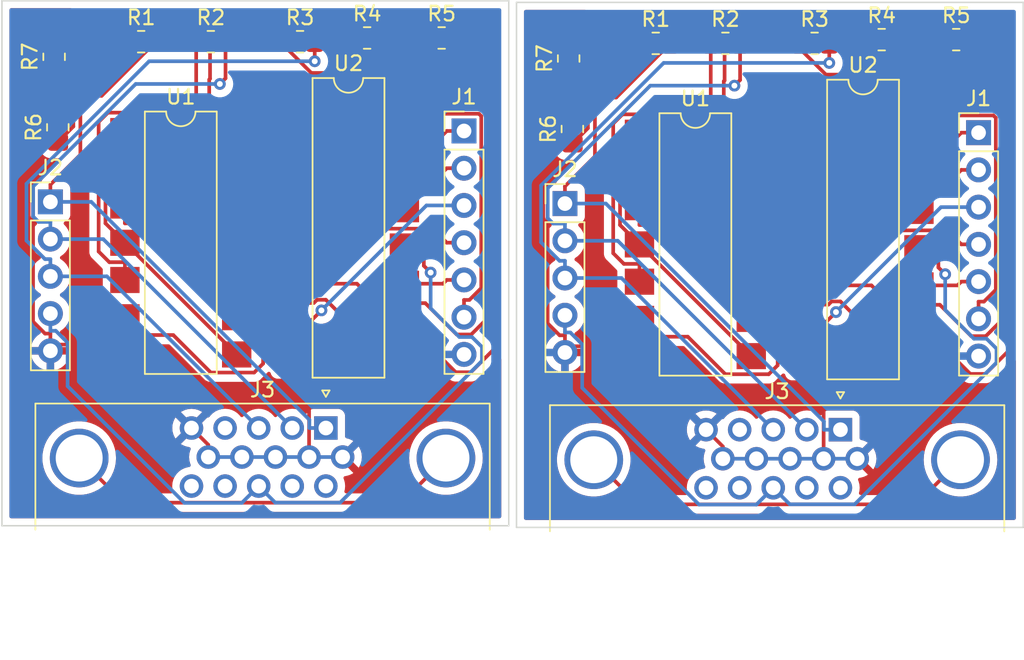
<source format=kicad_pcb>
(kicad_pcb (version 20211014) (generator pcbnew)
  (layers (0 "F.Cu" signal) (31 "B.Cu" signal) (34 "B.Paste" user) (35 "F.Paste" user) (36 "B.SilkS" user "B.Silkscreen") (37 "F.SilkS" user "F.Silkscreen") (38 "B.Mask" user) (39 "F.Mask" user) (44 "Edge.Cuts" user))
  (net 0 "")
  (net 1 "/ULA21_Red")
  (net 2 "/ULA19_Green")
  (net 3 "/ULA22_Blue")
  (net 4 "/ULA18_Bright")
  (net 5 "/ULA33_SYNC")
  (net 6 "+5V")
  (net 7 "GND")
  (net 8 "Net-(J2-Pad1)")
  (net 9 "Net-(J2-Pad2)")
  (net 10 "Net-(J2-Pad3)")
  (net 11 "Net-(J2-Pad4)")
  (net 12 "unconnected-(J3-Pad0)")
  (net 18 "Net-(R1-Pad1)")
  (net 19 "Net-(R2-Pad1)")
  (net 20 "Net-(R3-Pad1)")
  (net 21 "Net-(R4-Pad2)")
  (net 22 "Net-(U1-Pad2)")
  (footprint "Connector_Dsub:DSUB-15-HD_Female_Horizontal_P2.29x1.98mm_EdgePinOffset3.03mm_Housed_MountingHolesOffset4.94mm" (layer "F.Cu") (at 130.284 135.8277)
    (fp_text reference "J3")
    (fp_text value "VGA")
  )
  (footprint "Package_DIP:SMDIP-14_W7.62mm" (layer "F.Cu") (at 155.47 123.3043)
    (fp_text reference "U1")
    (fp_text value "4066")
  )
  (footprint "Package_DIP:SMDIP-16_W7.62mm" (layer "F.Cu") (at 166.9 122.2883)
    (fp_text reference "U2")
    (fp_text value "4050")
  )
  (footprint "Resistor_SMD:R_0805_2012Metric_Pad1.20x1.40mm_HandSolder" (layer "F.Cu") (at 133.096 109.22)
    (fp_text reference "R4")
    (fp_text value "1k5")
  )
  (footprint "Connector_PinHeader_2.54mm:PinHeader_1x05_P2.54mm_Vertical" (layer "F.Cu") (at 146.58 120.5153)
    (fp_text reference "J2")
    (fp_text value "OUT_RGB")
  )
  (footprint "Resistor_SMD:R_0805_2012Metric_Pad1.20x1.40mm_HandSolder" (layer "F.Cu") (at 111.76 110.506 90)
    (fp_text reference "R7")
    (fp_text value "1k5")
  )
  (footprint "Connector_PinHeader_2.54mm:PinHeader_1x07_P2.54mm_Vertical" (layer "F.Cu") (at 139.7 115.565)
    (fp_text reference "J1")
    (fp_text value "In_RGB")
  )
  (footprint "Connector_Dsub:DSUB-15-HD_Female_Horizontal_P2.29x1.98mm_EdgePinOffset3.03mm_Housed_MountingHolesOffset4.94mm" (layer "F.Cu") (at 165.358 135.942)
    (fp_text reference "J3")
    (fp_text value "VGA")
  )
  (footprint "Resistor_SMD:R_0805_2012Metric_Pad1.20x1.40mm_HandSolder" (layer "F.Cu") (at 157.518 109.5883)
    (fp_text reference "R2")
    (fp_text value "100")
  )
  (footprint "Resistor_SMD:R_0805_2012Metric_Pad1.20x1.40mm_HandSolder" (layer "F.Cu") (at 112.014 115.316 90)
    (fp_text reference "R6")
    (fp_text value "2k")
  )
  (footprint "Connector_PinHeader_2.54mm:PinHeader_1x05_P2.54mm_Vertical" (layer "F.Cu") (at 111.506 120.401)
    (fp_text reference "J2")
    (fp_text value "OUT_RGB")
  )
  (footprint "Resistor_SMD:R_0805_2012Metric_Pad1.20x1.40mm_HandSolder" (layer "F.Cu") (at 138.176 109.22)
    (fp_text reference "R5")
    (fp_text value "1k5")
  )
  (footprint "Resistor_SMD:R_0805_2012Metric_Pad1.20x1.40mm_HandSolder" (layer "F.Cu") (at 152.768 109.5883)
    (fp_text reference "R1")
    (fp_text value "100")
  )
  (footprint "Resistor_SMD:R_0805_2012Metric_Pad1.20x1.40mm_HandSolder" (layer "F.Cu") (at 122.444 109.474)
    (fp_text reference "R2")
    (fp_text value "100")
  )
  (footprint "Resistor_SMD:R_0805_2012Metric_Pad1.20x1.40mm_HandSolder" (layer "F.Cu") (at 168.17 109.3343)
    (fp_text reference "R4")
    (fp_text value "1k5")
  )
  (footprint "Package_DIP:SMDIP-16_W7.62mm" (layer "F.Cu") (at 131.826 122.174)
    (fp_text reference "U2")
    (fp_text value "4050")
  )
  (footprint "Package_DIP:SMDIP-14_W7.62mm" (layer "F.Cu") (at 120.396 123.19)
    (fp_text reference "U1")
    (fp_text value "4066")
  )
  (footprint "Resistor_SMD:R_0805_2012Metric_Pad1.20x1.40mm_HandSolder" (layer "F.Cu") (at 128.524 109.474)
    (fp_text reference "R3")
    (fp_text value "100")
  )
  (footprint "Resistor_SMD:R_0805_2012Metric_Pad1.20x1.40mm_HandSolder" (layer "F.Cu") (at 147.088 115.4303 90)
    (fp_text reference "R6")
    (fp_text value "2k")
  )
  (footprint "Resistor_SMD:R_0805_2012Metric_Pad1.20x1.40mm_HandSolder" (layer "F.Cu") (at 163.598 109.5883)
    (fp_text reference "R3")
    (fp_text value "100")
  )
  (footprint "Resistor_SMD:R_0805_2012Metric_Pad1.20x1.40mm_HandSolder" (layer "F.Cu") (at 146.834 110.6203 90)
    (fp_text reference "R7")
    (fp_text value "1k5")
  )
  (footprint "Resistor_SMD:R_0805_2012Metric_Pad1.20x1.40mm_HandSolder" (layer "F.Cu") (at 173.25 109.3343)
    (fp_text reference "R5")
    (fp_text value "1k5")
  )
  (footprint "Resistor_SMD:R_0805_2012Metric_Pad1.20x1.40mm_HandSolder" (layer "F.Cu") (at 117.694 109.474)
    (fp_text reference "R1")
    (fp_text value "100")
  )
  (footprint "Connector_PinHeader_2.54mm:PinHeader_1x07_P2.54mm_Vertical" (layer "F.Cu") (at 174.774 115.6793)
    (fp_text reference "J1")
    (fp_text value "In_RGB")
  )
  (gr_line (start 108.204 106.68) (end 108.204 142.494) (layer "Edge.Cuts") (width 0.1))
  (gr_line (start 142.748 142.494) (end 142.748 106.68) (layer "Edge.Cuts") (width 0.1))
  (gr_line (start 143.278 142.6083) (end 177.822 142.6083) (layer "Edge.Cuts") (width 0.1))
  (gr_line (start 142.748 106.68) (end 108.204 106.68) (layer "Edge.Cuts") (width 0.1))
  (gr_line (start 177.822 106.7943) (end 143.278 106.7943) (layer "Edge.Cuts") (width 0.1))
  (gr_line (start 177.822 142.6083) (end 177.822 106.7943) (layer "Edge.Cuts") (width 0.1))
  (gr_line (start 108.204 142.494) (end 142.748 142.494) (layer "Edge.Cuts") (width 0.1))
  (gr_line (start 143.278 106.7943) (end 143.278 142.6083) (layer "Edge.Cuts") (width 0.1))
  (segment (start 172.0159 117.2623) (end 164.179 117.2623) (width 0.25) (layer "F.Cu") (net 1))
  (segment (start 139.7 115.565) (end 138.5249 115.565) (width 0.25) (layer "F.Cu") (net 1))
  (segment (start 138.5249 115.565) (end 136.9419 117.148) (width 0.25) (layer "F.Cu") (net 1))
  (segment (start 163.09 118.4783) (end 163.09 118.3513) (width 0.25) (layer "F.Cu") (net 1))
  (segment (start 173.5989 115.6793) (end 172.0159 117.2623) (width 0.25) (layer "F.Cu") (net 1))
  (segment (start 164.179 117.2623) (end 163.09 118.3513) (width 0.25) (layer "F.Cu") (net 1))
  (segment (start 163.09 118.3513) (end 160.7321 118.3513) (width 0.25) (layer "F.Cu") (net 1))
  (segment (start 136.9419 117.148) (end 129.105 117.148) (width 0.25) (layer "F.Cu") (net 1))
  (segment (start 129.105 117.148) (end 128.016 118.237) (width 0.25) (layer "F.Cu") (net 1))
  (segment (start 125.6581 118.237) (end 125.5311 118.11) (width 0.25) (layer "F.Cu") (net 1))
  (segment (start 124.206 118.11) (end 125.5311 118.11) (width 0.25) (layer "F.Cu") (net 1))
  (segment (start 160.7321 118.3513) (end 160.6051 118.2243) (width 0.25) (layer "F.Cu") (net 1))
  (segment (start 128.016 118.364) (end 128.016 118.237) (width 0.25) (layer "F.Cu") (net 1))
  (segment (start 174.774 115.6793) (end 173.5989 115.6793) (width 0.25) (layer "F.Cu") (net 1))
  (segment (start 159.28 118.2243) (end 160.6051 118.2243) (width 0.25) (layer "F.Cu") (net 1))
  (segment (start 128.016 118.237) (end 125.6581 118.237) (width 0.25) (layer "F.Cu") (net 1))
  (segment (start 168.6117 119.6935) (end 165.3545 122.9507) (width 0.25) (layer "F.Cu") (net 2))
  (segment (start 149.8699 115.0605) (end 149.8699 123.9023) (width 0.25) (layer "F.Cu") (net 2))
  (segment (start 172.1247 119.6935) (end 168.6117 119.6935) (width 0.25) (layer "F.Cu") (net 2))
  (segment (start 125.2419 121.8652) (end 123.0362 121.8652) (width 0.25) (layer "F.Cu") (net 2))
  (segment (start 154.1726 115.8128) (end 152.7892 114.4294) (width 0.25) (layer "F.Cu") (net 2))
  (segment (start 114.7959 114.9462) (end 114.7959 123.788) (width 0.25) (layer "F.Cu") (net 2))
  (segment (start 117.7152 114.3151) (end 115.427 114.3151) (width 0.25) (layer "F.Cu") (net 2))
  (segment (start 163.09 123.5583) (end 163.09 122.9507) (width 0.25) (layer "F.Cu") (net 2))
  (segment (start 150.501 114.4294) (end 149.8699 115.0605) (width 0.25) (layer "F.Cu") (net 2))
  (segment (start 161.2871 122.9507) (end 160.3159 121.9795) (width 0.25) (layer "F.Cu") (net 2))
  (segment (start 152.7892 114.4294) (end 150.501 114.4294) (width 0.25) (layer "F.Cu") (net 2))
  (segment (start 130.2805 122.8364) (end 128.016 122.8364) (width 0.25) (layer "F.Cu") (net 2))
  (segment (start 126.2131 122.8364) (end 125.2419 121.8652) (width 0.25) (layer "F.Cu") (net 2))
  (segment (start 174.774 118.2193) (end 173.5989 118.2193) (width 0.25) (layer "F.Cu") (net 2))
  (segment (start 138.5249 118.105) (end 137.0507 119.5792) (width 0.25) (layer "F.Cu") (net 2))
  (segment (start 163.09 122.9507) (end 161.2871 122.9507) (width 0.25) (layer "F.Cu") (net 2))
  (segment (start 158.1102 121.9795) (end 154.1726 118.0419) (width 0.25) (layer "F.Cu") (net 2))
  (segment (start 119.0986 117.9276) (end 119.0986 115.6985) (width 0.25) (layer "F.Cu") (net 2))
  (segment (start 149.8699 123.9023) (end 150.5968 124.6292) (width 0.25) (layer "F.Cu") (net 2))
  (segment (start 115.427 114.3151) (end 114.7959 114.9462) (width 0.25) (layer "F.Cu") (net 2))
  (segment (start 173.5989 118.2193) (end 172.1247 119.6935) (width 0.25) (layer "F.Cu") (net 2))
  (segment (start 133.5377 119.5792) (end 130.2805 122.8364) (width 0.25) (layer "F.Cu") (net 2))
  (segment (start 119.0986 115.6985) (end 117.7152 114.3151) (width 0.25) (layer "F.Cu") (net 2))
  (segment (start 123.0362 121.8652) (end 119.0986 117.9276) (width 0.25) (layer "F.Cu") (net 2))
  (segment (start 160.3159 121.9795) (end 158.1102 121.9795) (width 0.25) (layer "F.Cu") (net 2))
  (segment (start 116.586 125.73) (end 116.586 124.5149) (width 0.25) (layer "F.Cu") (net 2))
  (segment (start 128.016 122.8364) (end 126.2131 122.8364) (width 0.25) (layer "F.Cu") (net 2))
  (segment (start 128.016 123.444) (end 128.016 122.8364) (width 0.25) (layer "F.Cu") (net 2))
  (segment (start 139.7 118.105) (end 138.5249 118.105) (width 0.25) (layer "F.Cu") (net 2))
  (segment (start 114.7959 123.788) (end 115.5228 124.5149) (width 0.25) (layer "F.Cu") (net 2))
  (segment (start 151.66 125.8443) (end 151.66 124.6292) (width 0.25) (layer "F.Cu") (net 2))
  (segment (start 154.1726 118.0419) (end 154.1726 115.8128) (width 0.25) (layer "F.Cu") (net 2))
  (segment (start 165.3545 122.9507) (end 163.09 122.9507) (width 0.25) (layer "F.Cu") (net 2))
  (segment (start 137.0507 119.5792) (end 133.5377 119.5792) (width 0.25) (layer "F.Cu") (net 2))
  (segment (start 150.5968 124.6292) (end 151.66 124.6292) (width 0.25) (layer "F.Cu") (net 2))
  (segment (start 115.5228 124.5149) (end 116.586 124.5149) (width 0.25) (layer "F.Cu") (net 2))
  (segment (start 164.4151 128.5581) (end 164.4151 128.6383) (width 0.25) (layer "F.Cu") (net 3))
  (segment (start 161.0808 131.5474) (end 161.0808 130.7622) (width 0.25) (layer "F.Cu") (net 3))
  (segment (start 129.981 127.8039) (end 129.3411 128.4438) (width 0.25) (layer "F.Cu") (net 3))
  (segment (start 126.0068 131.4331) (end 126.0068 130.6479) (width 0.25) (layer "F.Cu") (net 3))
  (segment (start 116.586 128.27) (end 116.586 129.4851) (width 0.25) (layer "F.Cu") (net 3))
  (segment (start 125.3962 132.0437) (end 126.0068 131.4331) (width 0.25) (layer "F.Cu") (net 3))
  (segment (start 161.0808 130.7622) (end 161.9896 129.8534) (width 0.25) (layer "F.Cu") (net 3))
  (segment (start 151.66 128.3843) (end 151.66 129.5994) (width 0.25) (layer "F.Cu") (net 3))
  (segment (start 128.016 128.524) (end 129.3411 128.524) (width 0.25) (layer "F.Cu") (net 3))
  (segment (start 119.8804 129.4851) (end 122.439 132.0437) (width 0.25) (layer "F.Cu") (net 3))
  (segment (start 163.09 128.6383) (end 163.09 129.8534) (width 0.25) (layer "F.Cu") (net 3))
  (segment (start 129.3411 128.4438) (end 129.3411 128.524) (width 0.25) (layer "F.Cu") (net 3))
  (segment (start 116.586 129.4851) (end 119.8804 129.4851) (width 0.25) (layer "F.Cu") (net 3))
  (segment (start 161.9896 129.8534) (end 163.09 129.8534) (width 0.25) (layer "F.Cu") (net 3))
  (segment (start 165.055 127.9182) (end 164.4151 128.5581) (width 0.25) (layer "F.Cu") (net 3))
  (segment (start 157.513 132.158) (end 160.4702 132.158) (width 0.25) (layer "F.Cu") (net 3))
  (segment (start 128.016 128.524) (end 128.016 129.7391) (width 0.25) (layer "F.Cu") (net 3))
  (segment (start 154.9544 129.5994) (end 157.513 132.158) (width 0.25) (layer "F.Cu") (net 3))
  (segment (start 122.439 132.0437) (end 125.3962 132.0437) (width 0.25) (layer "F.Cu") (net 3))
  (segment (start 126.9156 129.7391) (end 128.016 129.7391) (width 0.25) (layer "F.Cu") (net 3))
  (segment (start 126.0068 130.6479) (end 126.9156 129.7391) (width 0.25) (layer "F.Cu") (net 3))
  (segment (start 163.09 128.6383) (end 164.4151 128.6383) (width 0.25) (layer "F.Cu") (net 3))
  (segment (start 151.66 129.5994) (end 154.9544 129.5994) (width 0.25) (layer "F.Cu") (net 3))
  (segment (start 160.4702 132.158) (end 161.0808 131.5474) (width 0.25) (layer "F.Cu") (net 3))
  (via (at 129.981 127.8039) (size 0.8) (drill 0.4) (layers "F.Cu" "B.Cu") (net 3))
  (via (at 165.055 127.9182) (size 0.8) (drill 0.4) (layers "F.Cu" "B.Cu") (net 3))
  (segment (start 137.1399 120.645) (end 129.981 127.8039) (width 0.25) (layer "B.Cu") (net 3))
  (segment (start 174.774 120.7593) (end 172.2139 120.7593) (width 0.25) (layer "B.Cu") (net 3))
  (segment (start 172.2139 120.7593) (end 165.055 127.9182) (width 0.25) (layer "B.Cu") (net 3))
  (segment (start 139.7 120.645) (end 137.1399 120.645) (width 0.25) (layer "B.Cu") (net 3))
  (segment (start 168.5021 122.3431) (end 166.0717 124.7735) (width 0.25) (layer "F.Cu") (net 4))
  (segment (start 118.6484 119.9861) (end 118.6484 117.749) (width 0.25) (layer "F.Cu") (net 4))
  (segment (start 130.9977 124.6592) (end 126.2937 124.6592) (width 0.25) (layer "F.Cu") (net 4))
  (segment (start 151.66 115.6843) (end 151.66 116.8994) (width 0.25) (layer "F.Cu") (net 4))
  (segment (start 138.5249 123.185) (end 137.5687 122.2288) (width 0.25) (layer "F.Cu") (net 4))
  (segment (start 118.6484 117.749) (end 117.6845 116.7851) (width 0.25) (layer "F.Cu") (net 4))
  (segment (start 139.7 123.185) (end 138.5249 123.185) (width 0.25) (layer "F.Cu") (net 4))
  (segment (start 173.5989 123.2993) (end 172.6427 122.3431) (width 0.25) (layer "F.Cu") (net 4))
  (segment (start 150.5968 116.8994) (end 151.66 116.8994) (width 0.25) (layer "F.Cu") (net 4))
  (segment (start 137.5687 122.2288) (end 133.4281 122.2288) (width 0.25) (layer "F.Cu") (net 4))
  (segment (start 124.206 130.2024) (end 123.5984 130.2024) (width 0.25) (layer "F.Cu") (net 4))
  (segment (start 115.5228 116.7851) (end 116.586 116.7851) (width 0.25) (layer "F.Cu") (net 4))
  (segment (start 115.2608 121.8648) (end 115.2608 117.0471) (width 0.25) (layer "F.Cu") (net 4))
  (segment (start 150.3348 121.9791) (end 150.3348 117.1614) (width 0.25) (layer "F.Cu") (net 4))
  (segment (start 174.774 123.2993) (end 173.5989 123.2993) (width 0.25) (layer "F.Cu") (net 4))
  (segment (start 124.206 130.81) (end 124.206 130.2024) (width 0.25) (layer "F.Cu") (net 4))
  (segment (start 172.6427 122.3431) (end 168.5021 122.3431) (width 0.25) (layer "F.Cu") (net 4))
  (segment (start 126.1493 124.5148) (end 123.1771 124.5148) (width 0.25) (layer "F.Cu") (net 4))
  (segment (start 158.6724 130.3167) (end 151.66 123.3043) (width 0.25) (layer "F.Cu") (net 4))
  (segment (start 117.6845 116.7851) (end 116.586 116.7851) (width 0.25) (layer "F.Cu") (net 4))
  (segment (start 159.28 130.3167) (end 158.6724 130.3167) (width 0.25) (layer "F.Cu") (net 4))
  (segment (start 152.7585 116.8994) (end 151.66 116.8994) (width 0.25) (layer "F.Cu") (net 4))
  (segment (start 116.586 123.19) (end 115.2608 121.8648) (width 0.25) (layer "F.Cu") (net 4))
  (segment (start 161.3677 124.7735) (end 161.2233 124.6291) (width 0.25) (layer "F.Cu") (net 4))
  (segment (start 153.7224 120.1004) (end 153.7224 117.8633) (width 0.25) (layer "F.Cu") (net 4))
  (segment (start 151.66 123.3043) (end 150.3348 121.9791) (width 0.25) (layer "F.Cu") (net 4))
  (segment (start 161.2233 124.6291) (end 158.2511 124.6291) (width 0.25) (layer "F.Cu") (net 4))
  (segment (start 159.28 130.9243) (end 159.28 130.3167) (width 0.25) (layer "F.Cu") (net 4))
  (segment (start 116.586 115.57) (end 116.586 116.7851) (width 0.25) (layer "F.Cu") (net 4))
  (segment (start 123.1771 124.5148) (end 118.6484 119.9861) (width 0.25) (layer "F.Cu") (net 4))
  (segment (start 158.2511 124.6291) (end 153.7224 120.1004) (width 0.25) (layer "F.Cu") (net 4))
  (segment (start 133.4281 122.2288) (end 130.9977 124.6592) (width 0.25) (layer "F.Cu") (net 4))
  (segment (start 115.2608 117.0471) (end 115.5228 116.7851) (width 0.25) (layer "F.Cu") (net 4))
  (segment (start 166.0717 124.7735) (end 161.3677 124.7735) (width 0.25) (layer "F.Cu") (net 4))
  (segment (start 150.3348 117.1614) (end 150.5968 116.8994) (width 0.25) (layer "F.Cu") (net 4))
  (segment (start 153.7224 117.8633) (end 152.7585 116.8994) (width 0.25) (layer "F.Cu") (net 4))
  (segment (start 123.5984 130.2024) (end 116.586 123.19) (width 0.25) (layer "F.Cu") (net 4))
  (segment (start 126.2937 124.6592) (end 126.1493 124.5148) (width 0.25) (layer "F.Cu") (net 4))
  (segment (start 139.7 125.725) (end 138.5249 125.725) (width 0.25) (layer "F.Cu") (net 5))
  (segment (start 173.3399 126.0983) (end 173.5989 125.8393) (width 0.25) (layer "F.Cu") (net 5))
  (segment (start 174.774 125.8393) (end 173.5989 125.8393) (width 0.25) (layer "F.Cu") (net 5))
  (segment (start 135.636 125.984) (end 138.2659 125.984) (width 0.25) (layer "F.Cu") (net 5))
  (segment (start 170.71 126.0983) (end 173.3399 126.0983) (width 0.25) (layer "F.Cu") (net 5))
  (segment (start 138.2659 125.984) (end 138.5249 125.725) (width 0.25) (layer "F.Cu") (net 5))
  (segment (start 174.774 128.3793) (end 174.774 127.2042) (width 0.25) (layer "F.Cu") (net 6))
  (segment (start 137.8951 114.3898) (end 137.7858 114.4991) (width 0.25) (layer "F.Cu") (net 6))
  (segment (start 140.8752 114.5513) (end 140.7137 114.3898) (width 0.25) (layer "F.Cu") (net 6))
  (segment (start 128.016 113.284) (end 128.016 114.4991) (width 0.25) (layer "F.Cu") (net 6))
  (segment (start 140.8752 126.2819) (end 140.8752 114.5513) (width 0.25) (layer "F.Cu") (net 6))
  (segment (start 174.774 127.2042) (end 175.1412 127.2042) (width 0.25) (layer "F.Cu") (net 6))
  (segment (start 140.0672 127.0899) (end 140.8752 126.2819) (width 0.25) (layer "F.Cu") (net 6))
  (segment (start 161.7649 114.5245) (end 160.6051 115.6843) (width 0.25) (layer "F.Cu") (net 6))
  (segment (start 139.7 128.265) (end 139.7 127.0899) (width 0.25) (layer "F.Cu") (net 6))
  (segment (start 137.7858 114.4991) (end 128.016 114.4991) (width 0.25) (layer "F.Cu") (net 6))
  (segment (start 163.09 113.3983) (end 161.7649 113.3983) (width 0.25) (layer "F.Cu") (net 6))
  (segment (start 175.9492 126.3962) (end 175.9492 114.6656) (width 0.25) (layer "F.Cu") (net 6))
  (segment (start 172.8598 114.6134) (end 163.09 114.6134) (width 0.25) (layer "F.Cu") (net 6))
  (segment (start 140.7137 114.3898) (end 137.8951 114.3898) (width 0.25) (layer "F.Cu") (net 6))
  (segment (start 126.6909 114.4102) (end 125.5311 115.57) (width 0.25) (layer "F.Cu") (net 6))
  (segment (start 159.28 115.6843) (end 160.6051 115.6843) (width 0.25) (layer "F.Cu") (net 6))
  (segment (start 163.09 113.3983) (end 163.09 114.6134) (width 0.25) (layer "F.Cu") (net 6))
  (segment (start 126.6909 113.284) (end 126.6909 114.4102) (width 0.25) (layer "F.Cu") (net 6))
  (segment (start 124.206 115.57) (end 125.5311 115.57) (width 0.25) (layer "F.Cu") (net 6))
  (segment (start 175.1412 127.2042) (end 175.9492 126.3962) (width 0.25) (layer "F.Cu") (net 6))
  (segment (start 161.7649 113.3983) (end 161.7649 114.5245) (width 0.25) (layer "F.Cu") (net 6))
  (segment (start 175.7877 114.5041) (end 172.9691 114.5041) (width 0.25) (layer "F.Cu") (net 6))
  (segment (start 175.9492 114.6656) (end 175.7877 114.5041) (width 0.25) (layer "F.Cu") (net 6))
  (segment (start 172.9691 114.5041) (end 172.8598 114.6134) (width 0.25) (layer "F.Cu") (net 6))
  (segment (start 139.7 127.0899) (end 140.0672 127.0899) (width 0.25) (layer "F.Cu") (net 6))
  (segment (start 128.016 113.284) (end 126.6909 113.284) (width 0.25) (layer "F.Cu") (net 6))
  (segment (start 164.213 137.922) (end 164.213 133.5164) (width 0.25) (layer "F.Cu") (net 7))
  (segment (start 146.58 130.6753) (end 146.58 130.2498) (width 0.25) (layer "F.Cu") (net 7))
  (segment (start 163.09 131.1783) (end 163.09 132.3934) (width 0.25) (layer "F.Cu") (net 7))
  (segment (start 110.3248 128.57) (end 111.1407 129.3859) (width 0.25) (layer "F.Cu") (net 7))
  (segment (start 145.3988 128.6843) (end 146.2147 129.5002) (width 0.25) (layer "F.Cu") (net 7))
  (segment (start 145.3988 116.1195) (end 145.3988 128.6843) (width 0.25) (layer "F.Cu") (net 7))
  (segment (start 122.269 136.9727) (end 121.124 135.8277) (width 0.25) (layer "F.Cu") (net 7))
  (segment (start 151.66 130.9243) (end 150.3349 130.9243) (width 0.25) (layer "F.Cu") (net 7))
  (segment (start 129.139 133.4021) (end 128.016 132.2791) (width 0.25) (layer "F.Cu") (net 7))
  (segment (start 164.213 133.5164) (end 163.09 132.3934) (width 0.25) (layer "F.Cu") (net 7))
  (segment (start 146.58 130.2498) (end 146.58 129.5002) (width 0.25) (layer "F.Cu") (net 7))
  (segment (start 147.088 114.4303) (end 145.3988 116.1195) (width 0.25) (layer "F.Cu") (net 7))
  (segment (start 111.506 130.1355) (end 114.5864 130.1355) (width 0.25) (layer "F.Cu") (net 7))
  (segment (start 117.3214 132.0251) (end 116.586 132.0251) (width 0.25) (layer "F.Cu") (net 7))
  (segment (start 146.58 130.2498) (end 149.6604 130.2498) (width 0.25) (layer "F.Cu") (net 7))
  (segment (start 152.3954 132.1394) (end 151.66 132.1394) (width 0.25) (layer "F.Cu") (net 7))
  (segment (start 116.586 130.81) (end 115.2609 130.81) (width 0.25) (layer "F.Cu") (net 7))
  (segment (start 129.139 137.8077) (end 129.139 133.4021) (width 0.25) (layer "F.Cu") (net 7))
  (segment (start 114.5864 130.1355) (end 115.2609 130.81) (width 0.25) (layer "F.Cu") (net 7))
  (segment (start 146.2147 129.5002) (end 146.58 129.5002) (width 0.25) (layer "F.Cu") (net 7))
  (segment (start 111.506 130.1355) (end 111.506 129.3859) (width 0.25) (layer "F.Cu") (net 7))
  (segment (start 157.343 137.922) (end 157.343 137.087) (width 0.25) (layer "F.Cu") (net 7))
  (segment (start 110.3248 116.0052) (end 110.3248 128.57) (width 0.25) (layer "F.Cu") (net 7))
  (segment (start 116.586 130.81) (end 116.586 132.0251) (width 0.25) (layer "F.Cu") (net 7))
  (segment (start 111.506 130.561) (end 111.506 130.1355) (width 0.25) (layer "F.Cu") (net 7))
  (segment (start 156.198 135.942) (end 152.3954 132.1394) (width 0.25) (layer "F.Cu") (net 7))
  (segment (start 149.6604 130.2498) (end 150.3349 130.9243) (width 0.25) (layer "F.Cu") (net 7))
  (segment (start 121.124 135.8277) (end 117.3214 132.0251) (width 0.25) (layer "F.Cu") (net 7))
  (segment (start 128.016 131.064) (end 128.016 132.2791) (width 0.25) (layer "F.Cu") (net 7))
  (segment (start 122.269 137.8077) (end 122.269 136.9727) (width 0.25) (layer "F.Cu") (net 7))
  (segment (start 151.66 130.9243) (end 151.66 132.1394) (width 0.25) (layer "F.Cu") (net 7))
  (segment (start 111.1407 129.3859) (end 111.506 129.3859) (width 0.25) (layer "F.Cu") (net 7))
  (segment (start 112.014 114.316) (end 110.3248 116.0052) (width 0.25) (layer "F.Cu") (net 7))
  (segment (start 157.343 137.087) (end 156.198 135.942) (width 0.25) (layer "F.Cu") (net 7))
  (segment (start 122.269 137.8077) (end 124.559 137.8077) (width 0.25) (layer "B.Cu") (net 7))
  (segment (start 166.5962 137.922) (end 166.503 137.922) (width 0.25) (layer "B.Cu") (net 7))
  (segment (start 174.774 130.9193) (end 173.5989 130.9193) (width 0.25) (layer "B.Cu") (net 7))
  (segment (start 126.849 137.8077) (end 129.139 137.8077) (width 0.25) (layer "B.Cu") (net 7))
  (segment (start 161.923 137.922) (end 164.213 137.922) (width 0.25) (layer "B.Cu") (net 7))
  (segment (start 166.503 137.922) (end 164.213 137.922) (width 0.25) (layer "B.Cu") (net 7))
  (segment (start 173.5989 130.9193) (end 166.5962 137.922) (width 0.25) (layer "B.Cu") (net 7))
  (segment (start 138.5249 130.805) (end 131.5222 137.8077) (width 0.25) (layer "B.Cu") (net 7))
  (segment (start 139.7 130.805) (end 138.5249 130.805) (width 0.25) (layer "B.Cu") (net 7))
  (segment (start 131.5222 137.8077) (end 131.429 137.8077) (width 0.25) (layer "B.Cu") (net 7))
  (segment (start 124.559 137.8077) (end 126.849 137.8077) (width 0.25) (layer "B.Cu") (net 7))
  (segment (start 131.429 137.8077) (end 129.139 137.8077) (width 0.25) (layer "B.Cu") (net 7))
  (segment (start 157.343 137.922) (end 159.633 137.922) (width 0.25) (layer "B.Cu") (net 7))
  (segment (start 159.633 137.922) (end 161.923 137.922) (width 0.25) (layer "B.Cu") (net 7))
  (segment (start 150.0764 113.2799) (end 148.6244 113.2799) (width 0.25) (layer "F.Cu") (net 8))
  (segment (start 113.4196 113.1656) (end 111.76 111.506) (width 0.25) (layer "F.Cu") (net 8))
  (segment (start 111.506 120.401) (end 111.506 119.2259) (width 0.25) (layer "F.Cu") (net 8))
  (segment (start 115.0024 113.1656) (end 113.5504 113.1656) (width 0.25) (layer "F.Cu") (net 8))
  (segment (start 113.5504 117.1815) (end 113.5504 113.1656) (width 0.25) (layer "F.Cu") (net 8))
  (segment (start 153.768 109.5883) (end 150.0764 113.2799) (width 0.25) (layer "F.Cu") (net 8))
  (segment (start 146.58 120.5153) (end 146.58 119.3402) (width 0.25) (layer "F.Cu") (net 8))
  (segment (start 113.5504 113.1656) (end 113.4196 113.1656) (width 0.25) (layer "F.Cu") (net 8))
  (segment (start 146.58 119.3402) (end 148.6244 117.2958) (width 0.25) (layer "F.Cu") (net 8))
  (segment (start 148.6244 113.2799) (end 148.4936 113.2799) (width 0.25) (layer "F.Cu") (net 8))
  (segment (start 111.506 119.2259) (end 113.5504 117.1815) (width 0.25) (layer "F.Cu") (net 8))
  (segment (start 148.6244 117.2958) (end 148.6244 113.2799) (width 0.25) (layer "F.Cu") (net 8))
  (segment (start 118.694 109.474) (end 115.0024 113.1656) (width 0.25) (layer "F.Cu") (net 8))
  (segment (start 148.4936 113.2799) (end 146.834 111.6203) (width 0.25) (layer "F.Cu") (net 8))
  (segment (start 165.358 135.942) (end 164.2329 135.942) (width 0.25) (layer "B.Cu") (net 8))
  (segment (start 114.2947 120.401) (end 129.1589 135.2652) (width 0.25) (layer "B.Cu") (net 8))
  (segment (start 164.2329 135.3795) (end 164.2329 135.942) (width 0.25) (layer "B.Cu") (net 8))
  (segment (start 111.506 120.401) (end 114.2947 120.401) (width 0.25) (layer "B.Cu") (net 8))
  (segment (start 146.58 120.5153) (end 149.3687 120.5153) (width 0.25) (layer "B.Cu") (net 8))
  (segment (start 149.3687 120.5153) (end 164.2329 135.3795) (width 0.25) (layer "B.Cu") (net 8))
  (segment (start 130.284 135.8277) (end 129.1589 135.8277) (width 0.25) (layer "B.Cu") (net 8))
  (segment (start 129.1589 135.2652) (end 129.1589 135.8277) (width 0.25) (layer "B.Cu") (net 8))
  (segment (start 123.444 111.9717) (end 123.444 109.474) (width 0.25) (layer "F.Cu") (net 9))
  (segment (start 158.518 112.086) (end 158.518 109.5883) (width 0.25) (layer "F.Cu") (net 9))
  (segment (start 159.8069 108.2994) (end 158.518 109.5883) (width 0.25) (layer "F.Cu") (net 9))
  (segment (start 136.1411 108.1851) (end 124.7329 108.1851) (width 0.25) (layer "F.Cu") (net 9))
  (segment (start 124.7329 108.1851) (end 123.444 109.474) (width 0.25) (layer "F.Cu") (net 9))
  (segment (start 172.25 109.3343) (end 171.2151 108.2994) (width 0.25) (layer "F.Cu") (net 9))
  (segment (start 123.0575 112.3582) (end 123.444 111.9717) (width 0.25) (layer "F.Cu") (net 9))
  (segment (start 158.1315 112.4725) (end 158.518 112.086) (width 0.25) (layer "F.Cu") (net 9))
  (segment (start 137.176 109.22) (end 136.1411 108.1851) (width 0.25) (layer "F.Cu") (net 9))
  (segment (start 171.2151 108.2994) (end 159.8069 108.2994) (width 0.25) (layer "F.Cu") (net 9))
  (via (at 123.0575 112.3582) (size 0.8) (drill 0.4) (layers "F.Cu" "B.Cu") (net 9))
  (via (at 158.1315 112.4725) (size 0.8) (drill 0.4) (layers "F.Cu" "B.Cu") (net 9))
  (segment (start 150.1813 123.0553) (end 146.58 123.0553) (width 0.25) (layer "B.Cu") (net 9))
  (segment (start 110.3308 121.3986) (end 110.3308 119.3496) (width 0.25) (layer "B.Cu") (net 9))
  (segment (start 115.1073 122.941) (end 111.506 122.941) (width 0.25) (layer "B.Cu") (net 9))
  (segment (start 163.068 135.942) (end 150.1813 123.0553) (width 0.25) (layer "B.Cu") (net 9))
  (segment (start 127.994 135.8277) (end 115.1073 122.941) (width 0.25) (layer "B.Cu") (net 9))
  (segment (start 111.506 121.7659) (end 110.6981 121.7659) (width 0.25) (layer "B.Cu") (net 9))
  (segment (start 152.3962 112.4725) (end 158.1315 112.4725) (width 0.25) (layer "B.Cu") (net 9))
  (segment (start 111.506 122.941) (end 111.506 121.7659) (width 0.25) (layer "B.Cu") (net 9))
  (segment (start 110.3308 119.3496) (end 117.3222 112.3582) (width 0.25) (layer "B.Cu") (net 9))
  (segment (start 145.4048 121.5129) (end 145.4048 119.4639) (width 0.25) (layer "B.Cu") (net 9))
  (segment (start 146.58 121.8802) (end 145.7721 121.8802) (width 0.25) (layer "B.Cu") (net 9))
  (segment (start 117.3222 112.3582) (end 123.0575 112.3582) (width 0.25) (layer "B.Cu") (net 9))
  (segment (start 145.4048 119.4639) (end 152.3962 112.4725) (width 0.25) (layer "B.Cu") (net 9))
  (segment (start 110.6981 121.7659) (end 110.3308 121.3986) (width 0.25) (layer "B.Cu") (net 9))
  (segment (start 146.58 123.0553) (end 146.58 121.8802) (width 0.25) (layer "B.Cu") (net 9))
  (segment (start 145.7721 121.8802) (end 145.4048 121.5129) (width 0.25) (layer "B.Cu") (net 9))
  (segment (start 164.852 109.3343) (end 164.598 109.5883) (width 0.25) (layer "F.Cu") (net 10))
  (segment (start 129.524 109.474) (end 129.524 110.8086) (width 0.25) (layer "F.Cu") (net 10))
  (segment (start 167.17 109.3343) (end 164.852 109.3343) (width 0.25) (layer "F.Cu") (net 10))
  (segment (start 132.096 109.22) (end 129.778 109.22) (width 0.25) (layer "F.Cu") (net 10))
  (segment (start 164.598 109.5883) (end 164.598 110.9229) (width 0.25) (layer "F.Cu") (net 10))
  (segment (start 129.778 109.22) (end 129.524 109.474) (width 0.25) (layer "F.Cu") (net 10))
  (via (at 164.598 110.9229) (size 0.8) (drill 0.4) (layers "F.Cu" "B.Cu") (net 10))
  (via (at 129.524 110.8086) (size 0.8) (drill 0.4) (layers "F.Cu" "B.Cu") (net 10))
  (segment (start 129.524 110.8086) (end 118.2351 110.8086) (width 0.25) (layer "B.Cu") (net 10))
  (segment (start 111.506 125.481) (end 115.3573 125.481) (width 0.25) (layer "B.Cu") (net 10))
  (segment (start 146.58 125.5953) (end 146.58 124.4202) (width 0.25) (layer "B.Cu") (net 10))
  (segment (start 111.1388 124.3059) (end 111.506 124.3059) (width 0.25) (layer "B.Cu") (net 10))
  (segment (start 144.9519 119.2801) (end 144.9519 123.1593) (width 0.25) (layer "B.Cu") (net 10))
  (segment (start 109.8779 119.1658) (end 109.8779 123.045) (width 0.25) (layer "B.Cu") (net 10))
  (segment (start 153.3091 110.9229) (end 144.9519 119.2801) (width 0.25) (layer "B.Cu") (net 10))
  (segment (start 144.9519 123.1593) (end 146.2128 124.4202) (width 0.25) (layer "B.Cu") (net 10))
  (segment (start 111.506 125.481) (end 111.506 124.3059) (width 0.25) (layer "B.Cu") (net 10))
  (segment (start 150.4313 125.5953) (end 160.778 135.942) (width 0.25) (layer "B.Cu") (net 10))
  (segment (start 146.58 125.5953) (end 150.4313 125.5953) (width 0.25) (layer "B.Cu") (net 10))
  (segment (start 164.598 110.9229) (end 153.3091 110.9229) (width 0.25) (layer "B.Cu") (net 10))
  (segment (start 109.8779 123.045) (end 111.1388 124.3059) (width 0.25) (layer "B.Cu") (net 10))
  (segment (start 118.2351 110.8086) (end 109.8779 119.1658) (width 0.25) (layer "B.Cu") (net 10))
  (segment (start 115.3573 125.481) (end 125.704 135.8277) (width 0.25) (layer "B.Cu") (net 10))
  (segment (start 146.2128 124.4202) (end 146.58 124.4202) (width 0.25) (layer "B.Cu") (net 10))
  (segment (start 170.71 123.5583) (end 172.0351 123.5583) (width 0.25) (layer "F.Cu") (net 11))
  (segment (start 137.4251 125.223) (end 136.9611 124.759) (width 0.25) (layer "F.Cu") (net 11))
  (segment (start 172.0351 124.8733) (end 172.0351 123.5583) (width 0.25) (layer "F.Cu") (net 11))
  (segment (start 136.9611 124.759) (end 136.9611 123.444) (width 0.25) (layer "F.Cu") (net 11))
  (segment (start 135.636 123.444) (end 136.9611 123.444) (width 0.25) (layer "F.Cu") (net 11))
  (segment (start 172.4991 125.3373) (end 172.0351 124.8733) (width 0.25) (layer "F.Cu") (net 11))
  (via (at 172.4991 125.3373) (size 0.8) (drill 0.4) (layers "F.Cu" "B.Cu") (net 11))
  (via (at 137.4251 125.223) (size 0.8) (drill 0.4) (layers "F.Cu" "B.Cu") (net 11))
  (segment (start 111.506 128.021) (end 111.506 129.1961) (width 0.25) (layer "B.Cu") (net 11))
  (segment (start 175.9976 131.3652) (end 175.9976 130.4137) (width 0.25) (layer "B.Cu") (net 11))
  (segment (start 140.9236 131.2509) (end 140.9236 130.2994) (width 0.25) (layer "B.Cu") (net 11))
  (segment (start 146.9473 129.3104) (end 147.7551 130.1182) (width 0.25) (layer "B.Cu") (net 11))
  (segment (start 140.9236 130.2994) (end 140.2434 129.6192) (width 0.25) (layer "B.Cu") (net 11))
  (segment (start 140.2434 129.6192) (end 139.3841 129.6192) (width 0.25) (layer "B.Cu") (net 11))
  (segment (start 131.2578 140.9167) (end 140.9236 131.2509) (width 0.25) (layer "B.Cu") (net 11))
  (segment (start 120.6423 140.9334) (end 124.5583 140.9334) (width 0.25) (layer "B.Cu") (net 11))
  (segment (start 112.6811 132.9722) (end 120.6423 140.9334) (width 0.25) (layer "B.Cu") (net 11))
  (segment (start 159.6323 141.0477) (end 160.778 139.902) (width 0.25) (layer "B.Cu") (net 11))
  (segment (start 126.833 140.9167) (end 131.2578 140.9167) (width 0.25) (layer "B.Cu") (net 11))
  (segment (start 111.8733 129.1961) (end 112.6811 130.0039) (width 0.25) (layer "B.Cu") (net 11))
  (segment (start 174.4581 129.7335) (end 172.4991 127.7745) (width 0.25) (layer "B.Cu") (net 11))
  (segment (start 146.58 129.3104) (end 146.9473 129.3104) (width 0.25) (layer "B.Cu") (net 11))
  (segment (start 155.7163 141.0477) (end 159.6323 141.0477) (width 0.25) (layer "B.Cu") (net 11))
  (segment (start 125.704 139.7877) (end 126.833 140.9167) (width 0.25) (layer "B.Cu") (net 11))
  (segment (start 147.7551 130.1182) (end 147.7551 133.0865) (width 0.25) (layer "B.Cu") (net 11))
  (segment (start 137.4251 127.6602) (end 137.4251 125.223) (width 0.25) (layer "B.Cu") (net 11))
  (segment (start 161.907 141.031) (end 166.3318 141.031) (width 0.25) (layer "B.Cu") (net 11))
  (segment (start 147.7551 133.0865) (end 155.7163 141.0477) (width 0.25) (layer "B.Cu") (net 11))
  (segment (start 175.3174 129.7335) (end 174.4581 129.7335) (width 0.25) (layer "B.Cu") (net 11))
  (segment (start 172.4991 127.7745) (end 172.4991 125.3373) (width 0.25) (layer "B.Cu") (net 11))
  (segment (start 124.5583 140.9334) (end 125.704 139.7877) (width 0.25) (layer "B.Cu") (net 11))
  (segment (start 160.778 139.902) (end 161.907 141.031) (width 0.25) (layer "B.Cu") (net 11))
  (segment (start 166.3318 141.031) (end 175.9976 131.3652) (width 0.25) (layer "B.Cu") (net 11))
  (segment (start 175.9976 130.4137) (end 175.3174 129.7335) (width 0.25) (layer "B.Cu") (net 11))
  (segment (start 112.6811 130.0039) (end 112.6811 132.9722) (width 0.25) (layer "B.Cu") (net 11))
  (segment (start 146.58 128.1353) (end 146.58 129.3104) (width 0.25) (layer "B.Cu") (net 11))
  (segment (start 139.3841 129.6192) (end 137.4251 127.6602) (width 0.25) (layer "B.Cu") (net 11))
  (segment (start 111.506 129.1961) (end 111.8733 129.1961) (width 0.25) (layer "B.Cu") (net 11))
  (segment (start 135.4271 140.9196) (end 138.469 137.8777) (width 0.25) (layer "F.Cu") (net 12))
  (segment (start 116.5109 140.9196) (end 135.4271 140.9196) (width 0.25) (layer "F.Cu") (net 12))
  (segment (start 170.5011 141.0339) (end 173.543 137.992) (width 0.25) (layer "F.Cu") (net 12))
  (segment (start 148.543 137.992) (end 151.5849 141.0339) (width 0.25) (layer "F.Cu") (net 12))
  (segment (start 151.5849 141.0339) (end 170.5011 141.0339) (width 0.25) (layer "F.Cu") (net 12))
  (segment (start 113.469 137.8777) (end 116.5109 140.9196) (width 0.25) (layer "F.Cu") (net 12))
  (segment (start 122.3324 116.0901) (end 122.3324 112.0579) (width 0.25) (layer "F.Cu") (net 18))
  (segment (start 122.3882 108.7872) (end 122.0374 108.4364) (width 0.25) (layer "F.Cu") (net 18))
  (segment (start 157.4064 112.1722) (end 157.4622 112.1164) (width 0.25) (layer "F.Cu") (net 18))
  (segment (start 117.7316 108.4364) (end 116.694 109.474) (width 0.25) (layer "F.Cu") (net 18))
  (segment (start 157.4622 108.9015) (end 157.1114 108.5507) (width 0.25) (layer "F.Cu") (net 18))
  (segment (start 157.4064 116.2044) (end 157.4064 112.1722) (width 0.25) (layer "F.Cu") (net 18))
  (segment (start 163.09 115.9383) (end 161.7649 115.9383) (width 0.25) (layer "F.Cu") (net 18))
  (segment (start 158.1031 116.9011) (end 157.4064 116.2044) (width 0.25) (layer "F.Cu") (net 18))
  (segment (start 122.0374 108.4364) (end 117.7316 108.4364) (width 0.25) (layer "F.Cu") (net 18))
  (segment (start 157.1114 108.5507) (end 152.8056 108.5507) (width 0.25) (layer "F.Cu") (net 18))
  (segment (start 126.6909 115.824) (end 125.7281 116.7868) (width 0.25) (layer "F.Cu") (net 18))
  (segment (start 122.3882 112.0021) (end 122.3882 108.7872) (width 0.25) (layer "F.Cu") (net 18))
  (segment (start 161.7649 115.9383) (end 160.8021 116.9011) (width 0.25) (layer "F.Cu") (net 18))
  (segment (start 122.3324 112.0579) (end 122.3882 112.0021) (width 0.25) (layer "F.Cu") (net 18))
  (segment (start 125.7281 116.7868) (end 123.0291 116.7868) (width 0.25) (layer "F.Cu") (net 18))
  (segment (start 123.0291 116.7868) (end 122.3324 116.0901) (width 0.25) (layer "F.Cu") (net 18))
  (segment (start 128.016 115.824) (end 126.6909 115.824) (width 0.25) (layer "F.Cu") (net 18))
  (segment (start 157.4622 112.1164) (end 157.4622 108.9015) (width 0.25) (layer "F.Cu") (net 18))
  (segment (start 152.8056 108.5507) (end 151.768 109.5883) (width 0.25) (layer "F.Cu") (net 18))
  (segment (start 160.8021 116.9011) (end 158.1031 116.9011) (width 0.25) (layer "F.Cu") (net 18))
  (segment (start 126.8009 119.6889) (end 128.016 119.6889) (width 0.25) (layer "F.Cu") (net 19))
  (segment (start 161.5112 119.4395) (end 161.8749 119.8032) (width 0.25) (layer "F.Cu") (net 19))
  (segment (start 156.518 109.5883) (end 156.518 117.8206) (width 0.25) (layer "F.Cu") (net 19))
  (segment (start 128.016 120.904) (end 128.016 119.6889) (width 0.25) (layer "F.Cu") (net 19))
  (segment (start 161.8749 119.8032) (end 163.09 119.8032) (width 0.25) (layer "F.Cu") (net 19))
  (segment (start 121.444 117.7063) (end 123.0629 119.3252) (width 0.25) (layer "F.Cu") (net 19))
  (segment (start 156.518 117.8206) (end 158.1369 119.4395) (width 0.25) (layer "F.Cu") (net 19))
  (segment (start 126.4372 119.3252) (end 126.8009 119.6889) (width 0.25) (layer "F.Cu") (net 19))
  (segment (start 163.09 121.0183) (end 163.09 119.8032) (width 0.25) (layer "F.Cu") (net 19))
  (segment (start 123.0629 119.3252) (end 126.4372 119.3252) (width 0.25) (layer "F.Cu") (net 19))
  (segment (start 158.1369 119.4395) (end 161.5112 119.4395) (width 0.25) (layer "F.Cu") (net 19))
  (segment (start 121.444 109.474) (end 121.444 117.7063) (width 0.25) (layer "F.Cu") (net 19))
  (segment (start 129.2915 111.606) (end 138.5875 111.606) (width 0.25) (layer "F.Cu") (net 20))
  (segment (start 167.4736 126.0983) (end 163.09 126.0983) (width 0.25) (layer "F.Cu") (net 20))
  (segment (start 137.0624 127.3088) (end 133.7244 127.3088) (width 0.25) (layer "F.Cu") (net 20))
  (segment (start 133.7244 127.3088) (end 132.3996 125.984) (width 0.25) (layer "F.Cu") (net 20))
  (segment (start 168.7984 127.4231) (end 167.4736 126.0983) (width 0.25) (layer "F.Cu") (net 20))
  (segment (start 139.2007 129.4471) (end 137.0624 127.3088) (width 0.25) (layer "F.Cu") (net 20))
  (segment (start 176.435 128.3937) (end 175.2673 129.5614) (width 0.25) (layer "F.Cu") (net 20))
  (segment (start 176.435 114.4938) (end 176.435 128.3937) (width 0.25) (layer "F.Cu") (net 20))
  (segment (start 140.1933 129.4471) (end 139.2007 129.4471) (width 0.25) (layer "F.Cu") (net 20))
  (segment (start 162.598 109.9528) (end 164.3655 111.7203) (width 0.25) (layer "F.Cu") (net 20))
  (segment (start 127.524 109.474) (end 127.524 109.8385) (width 0.25) (layer "F.Cu") (net 20))
  (segment (start 141.361 128.2794) (end 140.1933 129.4471) (width 0.25) (layer "F.Cu") (net 20))
  (segment (start 173.6615 111.7203) (end 176.435 114.4938) (width 0.25) (layer "F.Cu") (net 20))
  (segment (start 174.2747 129.5614) (end 172.1364 127.4231) (width 0.25) (layer "F.Cu") (net 20))
  (segment (start 138.5875 111.606) (end 141.361 114.3795) (width 0.25) (layer "F.Cu") (net 20))
  (segment (start 132.3996 125.984) (end 128.016 125.984) (width 0.25) (layer "F.Cu") (net 20))
  (segment (start 162.598 109.5883) (end 162.598 109.9528) (width 0.25) (layer "F.Cu") (net 20))
  (segment (start 141.361 114.3795) (end 141.361 128.2794) (width 0.25) (layer "F.Cu") (net 20))
  (segment (start 127.524 109.8385) (end 129.2915 111.606) (width 0.25) (layer "F.Cu") (net 20))
  (segment (start 175.2673 129.5614) (end 174.2747 129.5614) (width 0.25) (layer "F.Cu") (net 20))
  (segment (start 164.3655 111.7203) (end 173.6615 111.7203) (width 0.25) (layer "F.Cu") (net 20))
  (segment (start 172.1364 127.4231) (end 168.7984 127.4231) (width 0.25) (layer "F.Cu") (net 20))
  (segment (start 147.0634 113.4643) (end 147.7968 113.4643) (width 0.25) (layer "F.Cu") (net 21))
  (segment (start 145.7925 112.1934) (end 147.0634 113.4643) (width 0.25) (layer "F.Cu") (net 21))
  (segment (start 174.25 109.3343) (end 174.2486 109.3357) (width 0.25) (layer "F.Cu") (net 21))
  (segment (start 172.8265 110.3752) (end 172.9465 110.2552) (width 0.25) (layer "F.Cu") (net 21))
  (segment (start 176.9009 130.4789) (end 175.2419 132.1379) (width 0.25) (layer "F.Cu") (net 21))
  (segment (start 135.1369 110.2609) (end 137.7525 110.2609) (width 0.25) (layer "F.Cu") (net 21))
  (segment (start 148.1442 113.8117) (end 148.1442 115.3741) (width 0.25) (layer "F.Cu") (net 21))
  (segment (start 148.6151 107.8392) (end 146.834 109.6203) (width 0.25) (layer "F.Cu") (net 21))
  (segment (start 169.17 109.3343) (end 170.2109 110.3752) (width 0.25) (layer "F.Cu") (net 21))
  (segment (start 137.7525 110.2609) (end 137.8725 110.1409) (width 0.25) (layer "F.Cu") (net 21))
  (segment (start 139.1746 109.2214) (end 138.792 109.2214) (width 0.25) (layer "F.Cu") (net 21))
  (segment (start 172.9465 110.2552) (end 173.866 109.3357) (width 0.25) (layer "F.Cu") (net 21))
  (segment (start 112.7228 113.35) (end 113.0702 113.6974) (width 0.25) (layer "F.Cu") (net 21))
  (segment (start 111.76 109.506) (end 110.7185 110.5475) (width 0.25) (layer "F.Cu") (net 21))
  (segment (start 141.8269 130.3646) (end 140.1679 132.0236) (width 0.25) (layer "F.Cu") (net 21))
  (segment (start 137.8725 110.1409) (end 138.792 109.2214) (width 0.25) (layer "F.Cu") (net 21))
  (segment (start 111.9894 113.35) (end 112.7228 113.35) (width 0.25) (layer "F.Cu") (net 21))
  (segment (start 113.0702 113.6974) (end 113.0702 115.2598) (width 0.25) (layer "F.Cu") (net 21))
  (segment (start 148.1442 115.3741) (end 147.088 116.4303) (width 0.25) (layer "F.Cu") (net 21))
  (segment (start 141.8269 114.0953) (end 141.8269 130.3646) (width 0.25) (layer "F.Cu") (net 21))
  (segment (start 134.096 109.22) (end 135.1369 110.2609) (width 0.25) (layer "F.Cu") (net 21))
  (segment (start 174.2486 109.3357) (end 173.866 109.3357) (width 0.25) (layer "F.Cu") (net 21))
  (segment (start 138.792 109.2214) (end 137.2955 107.7249) (width 0.25) (layer "F.Cu") (net 21))
  (segment (start 173.866 109.3357) (end 172.3695 107.8392) (width 0.25) (layer "F.Cu") (net 21))
  (segment (start 110.7185 110.5475) (end 110.7185 112.0791) (width 0.25) (layer "F.Cu") (net 21))
  (segment (start 170.2109 110.3752) (end 172.8265 110.3752) (width 0.25) (layer "F.Cu") (net 21))
  (segment (start 172.3695 107.8392) (end 148.6151 107.8392) (width 0.25) (layer "F.Cu") (net 21))
  (segment (start 137.8725 110.1409) (end 141.8269 114.0953) (width 0.25) (layer "F.Cu") (net 21))
  (segment (start 140.1679 132.0236) (end 139.1356 132.0236) (width 0.25) (layer "F.Cu") (net 21))
  (segment (start 145.7925 110.6618) (end 145.7925 112.1934) (width 0.25) (layer "F.Cu") (net 21))
  (segment (start 172.9465 110.2552) (end 176.9009 114.2096) (width 0.25) (layer "F.Cu") (net 21))
  (segment (start 113.0702 115.2598) (end 112.014 116.316) (width 0.25) (layer "F.Cu") (net 21))
  (segment (start 174.2096 132.1379) (end 170.71 128.6383) (width 0.25) (layer "F.Cu") (net 21))
  (segment (start 176.9009 114.2096) (end 176.9009 130.4789) (width 0.25) (layer "F.Cu") (net 21))
  (segment (start 139.1356 132.0236) (end 135.636 128.524) (width 0.25) (layer "F.Cu") (net 21))
  (segment (start 113.5411 107.7249) (end 111.76 109.506) (width 0.25) (layer "F.Cu") (net 21))
  (segment (start 110.7185 112.0791) (end 111.9894 113.35) (width 0.25) (layer "F.Cu") (net 21))
  (segment (start 146.834 109.6203) (end 145.7925 110.6618) (width 0.25) (layer "F.Cu") (net 21))
  (segment (start 175.2419 132.1379) (end 174.2096 132.1379) (width 0.25) (layer "F.Cu") (net 21))
  (segment (start 147.7968 113.4643) (end 148.1442 113.8117) (width 0.25) (layer "F.Cu") (net 21))
  (segment (start 137.2955 107.7249) (end 113.5411 107.7249) (width 0.25) (layer "F.Cu") (net 21))
  (segment (start 139.176 109.22) (end 139.1746 109.2214) (width 0.25) (layer "F.Cu") (net 21))
  (segment (start 135.636 129.8489) (end 133.0515 129.8489) (width 0.25) (layer "F.Cu") (net 22))
  (segment (start 170.71 129.9632) (end 168.1255 129.9632) (width 0.25) (layer "F.Cu") (net 22))
  (segment (start 129.6807 127.0788) (end 129.4651 127.2944) (width 0.25) (layer "F.Cu") (net 22))
  (segment (start 133.0515 129.8489) (end 130.2814 127.0788) (width 0.25) (layer "F.Cu") (net 22))
  (segment (start 124.206 127.2944) (end 124.206 127.0549) (width 0.25) (layer "F.Cu") (net 22))
  (segment (start 116.586 120.65) (end 116.586 118.11) (width 0.25) (layer "F.Cu") (net 22))
  (segment (start 168.1255 129.9632) (end 165.3554 127.1931) (width 0.25) (layer "F.Cu") (net 22))
  (segment (start 164.7547 127.1931) (end 164.5391 127.4087) (width 0.25) (layer "F.Cu") (net 22))
  (segment (start 151.66 120.7643) (end 151.66 121.9794) (width 0.25) (layer "F.Cu") (net 22))
  (segment (start 116.586 120.65) (end 116.586 121.8651) (width 0.25) (layer "F.Cu") (net 22))
  (segment (start 122.9909 127.0549) (end 117.8011 121.8651) (width 0.25) (layer "F.Cu") (net 22))
  (segment (start 117.8011 121.8651) (end 116.586 121.8651) (width 0.25) (layer "F.Cu") (net 22))
  (segment (start 124.206 127.0549) (end 122.9909 127.0549) (width 0.25) (layer "F.Cu") (net 22))
  (segment (start 159.28 128.3843) (end 159.28 127.4087) (width 0.25) (layer "F.Cu") (net 22))
  (segment (start 124.206 128.27) (end 124.206 127.2944) (width 0.25) (layer "F.Cu") (net 22))
  (segment (start 130.2814 127.0788) (end 129.6807 127.0788) (width 0.25) (layer "F.Cu") (net 22))
  (segment (start 151.66 120.7643) (end 151.66 118.2243) (width 0.25) (layer "F.Cu") (net 22))
  (segment (start 165.3554 127.1931) (end 164.7547 127.1931) (width 0.25) (layer "F.Cu") (net 22))
  (segment (start 170.71 131.1783) (end 170.71 129.9632) (width 0.25) (layer "F.Cu") (net 22))
  (segment (start 135.636 131.064) (end 135.636 129.8489) (width 0.25) (layer "F.Cu") (net 22))
  (segment (start 159.28 127.4087) (end 159.28 127.1692) (width 0.25) (layer "F.Cu") (net 22))
  (segment (start 164.5391 127.4087) (end 159.28 127.4087) (width 0.25) (layer "F.Cu") (net 22))
  (segment (start 129.4651 127.2944) (end 124.206 127.2944) (width 0.25) (layer "F.Cu") (net 22))
  (segment (start 159.28 127.1692) (end 158.0649 127.1692) (width 0.25) (layer "F.Cu") (net 22))
  (segment (start 152.8751 121.9794) (end 151.66 121.9794) (width 0.25) (layer "F.Cu") (net 22))
  (segment (start 158.0649 127.1692) (end 152.8751 121.9794) (width 0.25) (layer "F.Cu") (net 22))
  (zone (net 7) (net_name "GND") (layers F&B.Cu) (connect_pads (clearance 0.508)) (min_thickness 0.254) (fill yes (thermal_gap 0.508) (thermal_bridge_width 0.508))
    (polygon (pts (xy 142.494 141.986) (xy 108.458 141.986) (xy 108.458 106.68) (xy 142.494 106.68)))
  )
  (zone (net 7) (net_name "GND") (layers F&B.Cu) (connect_pads (clearance 0.508)) (min_thickness 0.254) (fill yes (thermal_gap 0.508) (thermal_bridge_width 0.508))
    (polygon (pts (xy 177.568 142.1003) (xy 143.532 142.1003) (xy 143.532 106.7943) (xy 177.568 106.7943)))
  )
)
</source>
